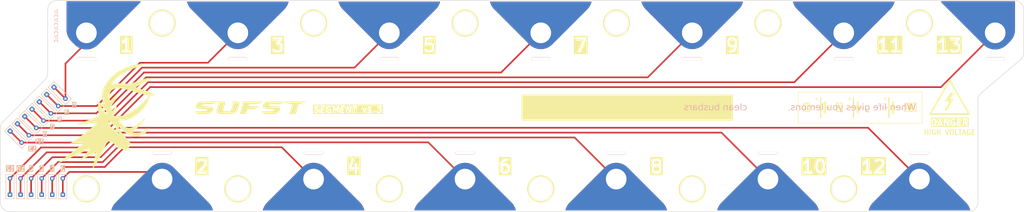
<source format=kicad_pcb>
(kicad_pcb (version 20221018) (generator pcbnew)
  (layers (0 "F.Cu" signal) (31 "B.Cu" signal) (34 "B.Paste" user) (35 "F.Paste" user) (36 "B.SilkS" user "B.Silkscreen") (37 "F.SilkS" user "F.Silkscreen") (38 "B.Mask" user) (39 "F.Mask" user) (44 "Edge.Cuts" user))
  (net 0 "")
  (net 1 "Net-(TP25-Pad1)")
  (net 2 "Net-(TP1-Pad1)")
  (net 3 "Net-(TP14-Pad1)")
  (net 4 "Net-(TP15-Pad1)")
  (net 5 "Net-(TP16-Pad1)")
  (net 6 "Net-(TP17-Pad1)")
  (net 7 "Net-(TP18-Pad1)")
  (net 8 "Net-(TP19-Pad1)")
  (net 9 "Net-(TP20-Pad1)")
  (net 10 "Net-(TP21-Pad1)")
  (net 11 "Net-(TP10-Pad1)")
  (net 12 "Net-(TP11-Pad1)")
  (net 13 "Net-(TP12-Pad1)")
  (footprint "SUFST:Segment_Voltage_Tap" (layer "F.Cu") (at 251.5 128.2 180)
    (fp_text reference "TP8" hide)
    (fp_text value "VTAP_IN_8" hide)
    (pad "" np_thru_hole roundrect (at 0 8 180) (size 6 1) (drill oval 6 1) (layers "*.Mask" "F.Cu") (roundrect_rratio 0.5))
    (pad "1" thru_hole custom (at 0 0 180) (size 10 10) (drill 6.35) (layers "*.Cu" "F.Mask") (net 9 "Net-(TP20-Pad1)") (options (clearance outline) (anchor circle)) (primitives (gr_poly (pts (arc (start 14.285534 -7.214466) (mid 15.1168 -8.314623) (end 15.615953 -9.6)) (arc (start -15.615953 -9.6) (mid -15.1168 -8.314623) (end -14.285534 -7.214466)) (arc (start -3.535534 3.535534) (mid 0 5) (end 3.535534 3.535534))) (width 0) (fill yes)) (gr_circle (center 0 0) (end 2.1 0) (width 0.2) (fill none))))
  )
  (footprint "SUFST:Segment_Voltage_Tap" (layer "F.Cu") (at 298.2 128.2 180)
    (fp_text reference "TP10" hide)
    (fp_text value "VTAP_IN_10" hide)
    (pad "" np_thru_hole roundrect (at 0 8 180) (size 6 1) (drill oval 6 1) (layers "*.Mask" "F.Cu") (roundrect_rratio 0.5))
    (pad "1" thru_hole custom (at 0 0 180) (size 10 10) (drill 6.35) (layers "*.Cu" "F.Mask") (net 11 "Net-(TP10-Pad1)") (options (clearance outline) (anchor circle)) (primitives (gr_poly (pts (arc (start 14.285534 -7.214466) (mid 15.1168 -8.314623) (end 15.615953 -9.6)) (arc (start -15.615953 -9.6) (mid -15.1168 -8.314623) (end -14.285534 -7.214466)) (arc (start -3.535534 3.535534) (mid 0 5) (end 3.535534 3.535534))) (width 0) (fill yes)) (gr_circle (center 0 0) (end 2.1 0) (width 0.2) (fill none))))
  )
  (footprint "SUFST:Segment_Voltage_Tap_Negative" (layer "F.Cu") (at 368.1 83.2)
    (fp_text reference "TP25" hide)
    (fp_text value "VTAP_IN_13" hide)
    (pad "" np_thru_hole roundrect (at 0 8) (size 6 1) (drill oval 6 1) (layers "*.Mask" "F.Cu") (roundrect_rratio 0.5))
    (pad "1" thru_hole custom (at 0 0) (size 10 10) (drill 6.35) (layers "*.Cu" "F.Mask") (net 1 "Net-(TP25-Pad1)") (options (clearance outline) (anchor circle)) (primitives (gr_poly (pts (arc (start -3.535534 3.535534) (mid 0 5) (end 3.535534 3.535534)) (arc (start 4.535534 2.535534) (mid 5.619398 0.913417) (end 6 -1)) (xy 6 -9.6) (arc (start -16.573082 -9.6) (mid -16.317556 -9.271027) (end -16.035534 -8.964466))) (width 0.2) (fill yes)) (gr_circle (center 0 0) (end 2.1 0) (width 0.2) (fill none))))
  )
  (footprint "SUFST:55A_24AWG_Solder" (layer "F.Cu") (at 73.55 108.45 -45)
    (fp_text reference "TP19" hide)
    (fp_text value "VTAP_OUT_7" hide)
    (pad "1" thru_hole roundrect (at -2.5 0 315) (size 1.4 1.4) (drill 0.7) (layers "*.Cu" "*.Mask") (net 8 "Net-(TP19-Pad1)"))
    (pad "1" thru_hole circle (at 2.5 0 315) (size 1.4 1.4) (drill 0.7) (layers "*.Cu" "*.Mask") (net 8 "Net-(TP19-Pad1)"))
  )
  (footprint "SUFST:55A_24AWG_Solder" (layer "F.Cu") (at 75.8 106.2 -45)
    (fp_text reference "TP17" hide)
    (fp_text value "VTAP_OUT_5" hide)
    (pad "1" thru_hole roundrect (at -2.5 0 315) (size 1.4 1.4) (drill 0.7) (layers "*.Cu" "*.Mask") (net 6 "Net-(TP17-Pad1)"))
    (pad "1" thru_hole circle (at 2.5 0 315) (size 1.4 1.4) (drill 0.7) (layers "*.Cu" "*.Mask") (net 6 "Net-(TP17-Pad1)"))
  )
  (footprint "SUFST:Segment_Voltage_Tap" (layer "F.Cu") (at 344.8 128.2 180)
    (fp_text reference "TP12" hide)
    (fp_text value "VTAP_IN_12" hide)
    (pad "" np_thru_hole roundrect (at 0 8 180) (size 6 1) (drill oval 6 1) (layers "*.Mask" "F.Cu") (roundrect_rratio 0.5))
    (pad "1" thru_hole custom (at 0 0 180) (size 10 10) (drill 6.35) (layers "*.Cu" "F.Mask") (net 13 "Net-(TP12-Pad1)") (options (clearance outline) (anchor circle)) (primitives (gr_poly (pts (arc (start 14.285534 -7.214466) (mid 15.1168 -8.314623) (end 15.615953 -9.6)) (arc (start -15.615953 -9.6) (mid -15.1168 -8.314623) (end -14.285534 -7.214466)) (arc (start -3.535534 3.535534) (mid 0 5) (end 3.535534 3.535534))) (width 0) (fill yes)) (gr_circle (center 0 0) (end 2.1 0) (width 0.2) (fill none))))
  )
  (footprint "SUFST:SUFST" (layer "F.Cu") (at 138.8 106.2)
    (fp_text reference "G***" hide)
    (fp_text value "LOGO" hide)
  )
  (footprint "SUFST:55A_24AWG_Solder" (layer "F.Cu") (at 66.8 115.2 -45)
    (fp_text reference "TP26" hide)
    (fp_text value "VTAP_OUT_13" hide)
    (pad "1" thru_hole roundrect (at -2.5 0 315) (size 1.4 1.4) (drill 0.7) (layers "*.Cu" "*.Mask") (net 1 "Net-(TP25-Pad1)"))
    (pad "1" thru_hole circle (at 2.5 0 315) (size 1.4 1.4) (drill 0.7) (layers "*.Cu" "*.Mask") (net 1 "Net-(TP25-Pad1)"))
  )
  (footprint "SUFST:Segment_Thermistor_Tyrap" (layer "F.Cu") (at 208.3 106.2)
    (fp_text reference "H2" hide)
    (fp_text value "MountingHole" hide)
    (pad "" np_thru_hole oval (at 0 0) (size 5.1 10.1) (drill oval 5.1 10.1) (layers "F&B.Cu" "*.Mask"))
  )
  (footprint "SUFST:Segment_Voltage_Tap" (layer "F.Cu") (at 111.8 128.2 180)
    (fp_text reference "TP2" hide)
    (fp_text value "VTAP_IN_2" hide)
    (pad "" np_thru_hole roundrect (at 0 8 180) (size 6 1) (drill oval 6 1) (layers "*.Mask" "F.Cu") (roundrect_rratio 0.5))
    (pad "1" thru_hole custom (at 0 0 180) (size 10 10) (drill 6.35) (layers "*.Cu" "F.Mask") (net 3 "Net-(TP14-Pad1)") (options (clearance outline) (anchor circle)) (primitives (gr_poly (pts (arc (start 14.285534 -7.214466) (mid 15.1168 -8.314623) (end 15.615953 -9.6)) (arc (start -15.615953 -9.6) (mid -15.1168 -8.314623) (end -14.285534 -7.214466)) (arc (start -3.535534 3.535534) (mid 0 5) (end 3.535534 3.535534))) (width 0) (fill yes)) (gr_circle (center 0 0) (end 2.1 0) (width 0.2) (fill none))))
  )
  (footprint "SUFST:55A_24AWG_Solder" (layer "F.Cu") (at 74.75 130.5 90)
    (fp_text reference "TP18" hide)
    (fp_text value "VTAP_OUT_6" hide)
    (pad "1" thru_hole roundrect (at -2.5 0 90) (size 1.4 1.4) (drill 0.7) (layers "*.Cu" "*.Mask") (net 7 "Net-(TP18-Pad1)"))
    (pad "1" thru_hole circle (at 2.5 0 90) (size 1.4 1.4) (drill 0.7) (layers "*.Cu" "*.Mask") (net 7 "Net-(TP18-Pad1)"))
  )
  (footprint "SUFST:Segment_Voltage_Tap" (layer "F.Cu") (at 181.7 83.2)
    (fp_text reference "TP5" hide)
    (fp_text value "VTAP_IN_5" hide)
    (pad "" np_thru_hole roundrect (at 0 8) (size 6 1) (drill oval 6 1) (layers "*.Mask" "F.Cu") (roundrect_rratio 0.5))
    (pad "1" thru_hole custom (at 0 0) (size 10 10) (drill 6.35) (layers "*.Cu" "F.Mask") (net 6 "Net-(TP17-Pad1)") (options (clearance outline) (anchor circle)) (primitives (gr_poly (pts (arc (start 14.285534 -7.214466) (mid 15.1168 -8.314623) (end 15.615953 -9.6)) (arc (start -15.615953 -9.6) (mid -15.1168 -8.314623) (end -14.285534 -7.214466)) (arc (start -3.535534 3.535534) (mid 0 5) (end 3.535534 3.535534))) (width 0) (fill yes)) (gr_circle (center 0 0) (end 2.1 0) (width 0.2) (fill none))))
  )
  (footprint "SUFST:High_Voltage_Danger_Silk" (layer "F.Cu") (at 354.1 104.4)
    (fp_text reference "REF**" hide)
    (fp_text value "High_Voltage_Danger_Silk" hide)
    (fp_text user "DANGER" (at 0 6.4 unlocked) (layer "F.SilkS" knockout) (effects (font (size 2 2) (thickness 0.4) bold)))
    (fp_text user "HIGH VOLTAGE" (at 0 9.4 unlocked) (layer "F.SilkS") (effects (font (size 1.5 1.5) (thickness 0.3) bold)))
  )
  (footprint "SUFST:Segment_Thermistor_Tyrap" (layer "F.Cu") (at 301.5 106.2)
    (fp_text reference "H3" hide)
    (fp_text value "MountingHole" hide)
    (pad "" np_thru_hole oval (at 0 0) (size 5.1 10.1) (drill oval 5.1 10.1) (layers "F&B.Cu" "*.Mask"))
  )
  (footprint "SUFST:55A_24AWG_Solder" (layer "F.Cu") (at 80.3 101.7 -45)
    (fp_text reference "TP13" hide)
    (fp_text value "VTAP_OUT_1" hide)
    (pad "1" thru_hole roundrect (at -2.5 0 315) (size 1.4 1.4) (drill 0.7) (layers "*.Cu" "*.Mask") (net 2 "Net-(TP1-Pad1)"))
    (pad "1" thru_hole circle (at 2.5 0 315) (size 1.4 1.4) (drill 0.7) (layers "*.Cu" "*.Mask") (net 2 "Net-(TP1-Pad1)"))
  )
  (footprint "SUFST:Segment_Voltage_Tap" (layer "F.Cu") (at 205 128.2 180)
    (fp_text reference "TP6" hide)
    (fp_text value "VTAP_IN_6" hide)
    (pad "" np_thru_hole roundrect (at 0 8 180) (size 6 1) (drill oval 6 1) (layers "*.Mask" "F.Cu") (roundrect_rratio 0.5))
    (pad "1" thru_hole custom (at 0 0 180) (size 10 10) (drill 6.35) (layers "*.Cu" "F.Mask") (net 7 "Net-(TP18-Pad1)") (options (clearance outline) (anchor circle)) (primitives (gr_poly (pts (arc (start 14.285534 -7.214466) (mid 15.1168 -8.314623) (end 15.615953 -9.6)) (arc (start -15.615953 -9.6) (mid -15.1168 -8.314623) (end -14.285534 -7.214466)) (arc (start -3.535534 3.535534) (mid 0 5) (end 3.535534 3.535534))) (width 0) (fill yes)) (gr_circle (center 0 0) (end 2.1 0) (width 0.2) (fill none))))
  )
  (footprint "SUFST:Segment_Voltage_Tap" (layer "F.Cu") (at 135.1 83.2)
    (fp_text reference "TP3" hide)
    (fp_text value "VTAP_IN_3" hide)
    (pad "" np_thru_hole roundrect (at 0 8) (size 6 1) (drill oval 6 1) (layers "*.Mask" "F.Cu") (roundrect_rratio 0.5))
    (pad "1" thru_hole custom (at 0 0) (size 10 10) (drill 6.35) (layers "*.Cu" "F.Mask") (net 4 "Net-(TP15-Pad1)") (options (clearance outline) (anchor circle)) (primitives (gr_poly (pts (arc (start 14.285534 -7.214466) (mid 15.1168 -8.314623) (end 15.615953 -9.6)) (arc (start -15.615953 -9.6) (mid -15.1168 -8.314623) (end -14.285534 -7.214466)) (arc (start -3.535534 3.535534) (mid 0 5) (end 3.535534 3.535534))) (width 0) (fill yes)) (gr_circle (center 0 0) (end 2.1 0) (width 0.2) (fill none))))
  )
  (footprint "SUFST:Segment_Voltage_Tap" (layer "F.Cu") (at 158.4 128.2 180)
    (fp_text reference "TP4" hide)
    (fp_text value "VTAP_IN_4" hide)
    (pad "" np_thru_hole roundrect (at 0 8 180) (size 6 1) (drill oval 6 1) (layers "*.Mask" "F.Cu") (roundrect_rratio 0.5))
    (pad "1" thru_hole custom (at 0 0 180) (size 10 10) (drill 6.35) (layers "*.Cu" "F.Mask") (net 5 "Net-(TP16-Pad1)") (options (clearance outline) (anchor circle)) (primitives (gr_poly (pts (arc (start 14.285534 -7.214466) (mid 15.1168 -8.314623) (end 15.615953 -9.6)) (arc (start -15.615953 -9.6) (mid -15.1168 -8.314623) (end -14.285534 -7.214466)) (arc (start -3.535534 3.535534) (mid 0 5) (end 3.535534 3.535534))) (width 0) (fill yes)) (gr_circle (center 0 0) (end 2.1 0) (width 0.2) (fill none))))
  )
  (footprint "SUFST:Segment_Voltage_Tap_Positive" (layer "F.Cu") (at 88.5 83.2)
    (fp_text reference "TP1" hide)
    (fp_text value "VTAP_IN_1" hide)
    (pad "" np_thru_hole roundrect (at 0 8) (size 6 1) (drill oval 6 1) (layers "*.Mask" "F.Cu") (roundrect_rratio 0.5))
    (pad "1" thru_hole custom (at 0 0) (size 10 10) (drill 6.35) (layers "*.Cu" "F.Mask") (net 2 "Net-(TP1-Pad1)") (options (clearance outline) (anchor circle)) (primitives (gr_circle (center 0 0) (end 2.1 0) (width 0.2) (fill none)) (gr_poly (pts (arc (start -4.535534 2.535534) (mid -5.619398 0.913417) (end -6 -1)) (xy -6 -9.6) (arc (start 16.573082 -9.6) (mid 16.317556 -9.271028) (end 16.035534 -8.964466)) (arc (start 3.535534 3.535534) (mid 0 5) (end -3.535534 3.535534))) (width 0.2) (fill yes))))
  )
  (footprint "SUFST:Segment_Voltage_Tap" (layer "F.Cu") (at 321.5 83.2)
    (fp_text reference "TP11" hide)
    (fp_text value "VTAP_IN_11" hide)
    (pad "" np_thru_hole roundrect (at 0 8) (size 6 1) (drill oval 6 1) (layers "*.Mask" "F.Cu") (roundrect_rratio 0.5))
    (pad "1" thru_hole custom (at 0 0) (size 10 10) (drill 6.35) (layers "*.Cu" "F.Mask") (net 12 "Net-(TP11-Pad1)") (options (clearance outline) (anchor circle)) (primitives (gr_poly (pts (arc (start 14.285534 -7.214466) (mid 15.1168 -8.314623) (end 15.615953 -9.6)) (arc (start -15.615953 -9.6) (mid -15.1168 -8.314623) (end -14.285534 -7.214466)) (arc (start -3.535534 3.535534) (mid 0 5) (end 3.535534 3.535534))) (width 0) (fill yes)) (gr_circle (center 0 0) (end 2.1 0) (width 0.2) (fill none))))
  )
  (footprint "SUFST:55A_24AWG_Solder" (layer "F.Cu") (at 81.25 130.5 90)
    (fp_text reference "TP14" hide)
    (fp_text value "VTAP_OUT_2" hide)
    (pad "1" thru_hole roundrect (at -2.5 0 90) (size 1.4 1.4) (drill 0.7) (layers "*.Cu" "*.Mask") (net 3 "Net-(TP14-Pad1)"))
    (pad "1" thru_hole circle (at 2.5 0 90) (size 1.4 1.4) (drill 0.7) (layers "*.Cu" "*.Mask") (net 3 "Net-(TP14-Pad1)"))
  )
  (footprint "SUFST:55A_24AWG_Solder" (layer "F.Cu") (at 78 130.5 90)
    (fp_text reference "TP16" hide)
    (fp_text value "VTAP_OUT_4" hide)
    (pad "1" thru_hole roundrect (at -2.5 0 90) (size 1.4 1.4) (drill 0.7) (layers "*.Cu" "*.Mask") (net 5 "Net-(TP16-Pad1)"))
    (pad "1" thru_hole circle (at 2.5 0 90) (size 1.4 1.4) (drill 0.7) (layers "*.Cu" "*.Mask") (net 5 "Net-(TP16-Pad1)"))
  )
  (footprint "SUFST:Stag" (layer "F.Cu") (at 94.4 108.9)
    (fp_text reference "G***" hide)
    (fp_text value "LOGO" hide)
  )
  (footprint "SUFST:55A_24AWG_Solder" (layer "F.Cu") (at 65 130.5 90)
    (fp_text reference "TP24" hide)
    (fp_text value "VTAP_OUT_12" hide)
    (pad "1" thru_hole roundrect (at -2.5 0 90) (size 1.4 1.4) (drill 0.7) (layers "*.Cu" "*.Mask") (net 13 "Net-(TP12-Pad1)"))
    (pad "1" thru_hole circle (at 2.5 0 90) (size 1.4 1.4) (drill 0.7) (layers "*.Cu" "*.Mask") (net 13 "Net-(TP12-Pad1)"))
  )
  (footprint "SUFST:55A_24AWG_Solder" (layer "F.Cu") (at 78.05 103.95 -45)
    (fp_text reference "TP15" hide)
    (fp_text value "VTAP_OUT_3" hide)
    (pad "1" thru_hole roundrect (at -2.5 0 315) (size 1.4 1.4) (drill 0.7) (layers "*.Cu" "*.Mask") (net 4 "Net-(TP15-Pad1)"))
    (pad "1" thru_hole circle (at 2.5 0 315) (size 1.4 1.4) (drill 0.7) (layers "*.Cu" "*.Mask") (net 4 "Net-(TP15-Pad1)"))
  )
  (footprint "SUFST:55A_24AWG_Solder" (layer "F.Cu") (at 69.05 112.95 -45)
    (fp_text reference "TP23" hide)
    (fp_text value "VTAP_OUT_11" hide)
    (pad "1" thru_hole roundrect (at -2.5 0 315) (size 1.4 1.4) (drill 0.7) (layers "*.Cu" "*.Mask") (net 12 "Net-(TP11-Pad1)"))
    (pad "1" thru_hole circle (at 2.5 0 315) (size 1.4 1.4) (drill 0.7) (layers "*.Cu" "*.Mask") (net 12 "Net-(TP11-Pad1)"))
  )
  (footprint "SUFST:Segment_Voltage_Tap" (layer "F.Cu") (at 274.9 83.2)
    (fp_text reference "TP9" hide)
    (fp_text value "VTAP_IN_9" hide)
    (pad "" np_thru_hole roundrect (at 0 8) (size 6 1) (drill oval 6 1) (layers "*.Mask" "F.Cu") (roundrect_rratio 0.5))
    (pad "1" thru_hole custom (at 0 0) (size 10 10) (drill 6.35) (layers "*.Cu" "F.Mask") (net 10 "Net-(TP21-Pad1)") (options (clearance outline) (anchor circle)) (primitives (gr_poly (pts (arc (start 14.285534 -7.214466) (mid 15.1168 -8.314623) (end 15.615953 -9.6)) (arc (start -15.615953 -9.6) (mid -15.1168 -8.314623) (end -14.285534 -7.214466)) (arc (start -3.535534 3.535534) (mid 0 5) (end 3.535534 3.535534))) (width 0) (fill yes)) (gr_circle (center 0 0) (end 2.1 0) (width 0.2) (fill none))))
  )
  (footprint "SUFST:55A_24AWG_Solder" (layer "F.Cu") (at 68.25 130.5 90)
    (fp_text reference "TP22" hide)
    (fp_text value "VTAP_OUT_10" hide)
    (pad "1" thru_hole roundrect (at -2.5 0 90) (size 1.4 1.4) (drill 0.7) (layers "*.Cu" "*.Mask") (net 11 "Net-(TP10-Pad1)"))
    (pad "1" thru_hole circle (at 2.5 0 90) (size 1.4 1.4) (drill 0.7) (layers "*.Cu" "*.Mask") (net 11 "Net-(TP10-Pad1)"))
  )
  (footprint "SUFST:55A_24AWG_Solder" (layer "F.Cu") (at 71.3 110.7 -45)
    (fp_text reference "TP21" hide)
    (fp_text value "VTAP_OUT_9" hide)
    (pad "1" thru_hole roundrect (at -2.5 0 315) (size 1.4 1.4) (drill 0.7) (layers "*.Cu" "*.Mask") (net 10 "Net-(TP21-Pad1)"))
    (pad "1" thru_hole circle (at 2.5 0 315) (size 1.4 1.4) (drill 0.7) (layers "*.Cu" "*.Mask") (net 10 "Net-(TP21-Pad1)"))
  )
  (footprint "SUFST:Segment_Thermistor_Tyrap" (layer "F.Cu") (at 115.1 106.2)
    (fp_text reference "H1" hide)
    (fp_text value "MountingHole" hide)
    (pad "" np_thru_hole oval (at 0 0) (size 5.1 10.1) (drill oval 5.1 10.1) (layers "F&B.Cu" "*.Mask"))
  )
  (footprint "SUFST:Segment_Voltage_Tap" (layer "F.Cu") (at 228.3 83.2)
    (fp_text reference "TP7" hide)
    (fp_text value "VTAP_IN_7" hide)
    (pad "" np_thru_hole roundrect (at 0 8) (size 6 1) (drill oval 6 1) (layers "*.Mask" "F.Cu") (roundrect_rratio 0.5))
    (pad "1" thru_hole custom (at 0 0) (size 10 10) (drill 6.35) (layers "*.Cu" "F.Mask") (net 8 "Net-(TP19-Pad1)") (options (clearance outline) (anchor circle)) (primitives (gr_poly (pts (arc (start 14.285534 -7.214466) (mid 15.1168 -8.314623) (end 15.615953 -9.6)) (arc (start -15.615953 -9.6) (mid -15.1168 -8.314623) (end -14.285534 -7.214466)) (arc (start -3.535534 3.535534) (mid 0 5) (end 3.535534 3.535534))) (width 0) (fill yes)) (gr_circle (center 0 0) (end 2.1 0) (width 0.2) (fill none))))
  )
  (footprint "SUFST:55A_24AWG_Solder" (layer "F.Cu") (at 71.5 130.5 90)
    (fp_text reference "TP20" hide)
    (fp_text value "VTAP_OUT_8" hide)
    (pad "1" thru_hole roundrect (at -2.5 0 90) (size 1.4 1.4) (drill 0.7) (layers "*.Cu" "*.Mask") (net 9 "Net-(TP20-Pad1)"))
    (pad "1" thru_hole circle (at 2.5 0 90) (size 1.4 1.4) (drill 0.7) (layers "*.Cu" "*.Mask") (net 9 "Net-(TP20-Pad1)"))
  )
  (gr_line (start 312.7 106.2) (end 314.4 106.2) (stroke (width 0.4)) (layer "F.SilkS"))
  (gr_circle (center 298.2 80.2) (end 302.2 80.2) (stroke (width 0.4)) (fill none) (layer "F.SilkS"))
  (gr_line (start 333.7 106.2) (end 335.4 106.2) (stroke (width 0.4)) (layer "F.SilkS"))
  (gr_rect (start 222.4 102.2) (end 287.4 110.2) (fill solid) (layer "F.SilkS"))
  (gr_line (start 336.7 104.7) (end 336.7 107.7) (stroke (width 0.75)) (layer "F.SilkS"))
  (gr_line (start 322.8 106.2) (end 324.5 106.2) (stroke (width 0.4)) (layer "F.SilkS"))
  (gr_line (start 322.9 103.5) (end 323.7 103.5) (stroke (width 0.2)) (layer "F.SilkS"))
  (gr_line (start 315.7 106.2) (end 317.4 106.2) (stroke (width 0.4)) (layer "F.SilkS"))
  (gr_circle (center 181.7 131.2) (end 185.7 131.2) (stroke (width 0.4)) (fill none) (layer "F.SilkS"))
  (gr_line (start 329 106.2) (end 332.2 106.2) (stroke (width 0.4) (type dot)) (layer "F.SilkS"))
  (gr_line (start 312.8 103.5) (end 313.6 103.5) (stroke (width 0.2)) (layer "F.SilkS"))
  (gr_circle (center 251.6 80.2) (end 255.6 80.2) (stroke (width 0.4)) (fill none) (layer "F.SilkS"))
  (gr_circle (center 228.3 131.2) (end 232.3 131.2) (stroke (width 0.4)) (fill none) (layer "F.SilkS"))
  (gr_circle (center 205 80.2) (end 209 80.2) (stroke (width 0.4)) (fill none) (layer "F.SilkS"))
  (gr_circle (center 274.9 131.2) (end 278.9 131.2) (stroke (width 0.4)) (fill none) (layer "F.SilkS"))
  (gr_circle (center 135.1 131.2) (end 139.1 131.2) (stroke (width 0.4)) (fill none) (layer "F.SilkS"))
  (gr_line (start 335.4 103.2) (end 335.4 109.2) (stroke (width 0.4)) (layer "F.SilkS"))
  (gr_line (start 313.2 103.1) (end 313.2 103.9) (stroke (width 0.2)) (layer "F.SilkS"))
  (gr_circle (center 321.5 131.2) (end 325.5 131.2) (stroke (width 0.4)) (fill none) (layer "F.SilkS"))
  (gr_circle (center 88.5 131.2) (end 92.5 131.2) (stroke (width 0.4)) (fill none) (layer "F.SilkS"))
  (gr_rect (start 307.5 101.4) (end 345.6 111) (stroke (width 0.15)) (fill none) (layer "F.SilkS"))
  (gr_line (start 333.8 103.5) (end 334.6 103.5) (stroke (width 0.2)) (layer "F.SilkS"))
  (gr_line (start 323.3 103.1) (end 323.3 103.9) (stroke (width 0.2)) (layer "F.SilkS"))
  (gr_circle (center 344.8 80.2) (end 348.8 80.2) (stroke (width 0.4)) (fill none) (layer "F.SilkS"))
  (gr_line (start 336.7 106.2) (end 338.4 106.2) (stroke (width 0.4)) (layer "F.SilkS"))
  (gr_line (start 325.8 104.7) (end 325.8 107.7) (stroke (width 0.75)) (layer "F.SilkS"))
  (gr_line (start 315.7 104.7) (end 315.7 107.7) (stroke (width 0.75)) (layer "F.SilkS"))
  (gr_line (start 325.8 106.2) (end 327.5 106.2) (stroke (width 0.4)) (layer "F.SilkS"))
  (gr_circle (center 111.8 80.2) (end 115.8 80.2) (stroke (width 0.4)) (fill none) (layer "F.SilkS"))
  (gr_line (start 334.2 103.1) (end 334.2 103.9) (stroke (width 0.2)) (layer "F.SilkS"))
  (gr_circle (center 158.4 80.2) (end 162.4 80.2) (stroke (width 0.4)) (fill none) (layer "F.SilkS"))
  (gr_line (start 314.4 103.2) (end 314.4 109.2) (stroke (width 0.4)) (layer "F.SilkS"))
  (gr_line (start 324.5 103.2) (end 324.5 109.2) (stroke (width 0.4)) (layer "F.SilkS"))
  (gr_circle (center 321.5 131.2) (end 325 131.2) (stroke (width 0.05)) (fill none) (layer "Edge.Cuts"))
  (gr_circle (center 135.1 131.2) (end 138.6 131.2) (stroke (width 0.05)) (fill none) (layer "Edge.Cuts"))
  (gr_line (start 79.6 73.2) (end 373.9 73.2) (stroke (width 0.15)) (layer "Edge.Cuts"))
  (gr_arc (start 376.9 89.210051) (mid 376.622051 90.471227) (end 375.839645 91.49867) (stroke (width 0.15)) (layer "Edge.Cuts"))
  (gr_circle (center 181.7 131.2) (end 185.2 131.2) (stroke (width 0.05)) (fill none) (layer "Edge.Cuts"))
  (gr_arc (start 76.6 95.557359) (mid 76.371639 96.705409) (end 75.721321 97.678679) (stroke (width 0.15)) (layer "Edge.Cuts"))
  (gr_arc (start 373.9 73.2) (mid 376.02132 74.07868) (end 376.9 76.2) (stroke (width 0.15)) (layer "Edge.Cuts"))
  (gr_line (start 359.8 138.2) (end 65 138.2) (stroke (width 0.15)) (layer "Edge.Cuts"))
  (gr_arc (start 76.6 76.2) (mid 77.47868 74.07868) (end 79.6 73.2) (stroke (width 0.15)) (layer "Edge.Cuts"))
  (gr_circle (center 111.8 80.2) (end 115.3 80.2) (stroke (width 0.05)) (fill none) (layer "Edge.Cuts"))
  (gr_circle (center 205 80.2) (end 208.5 80.2) (stroke (width 0.05)) (fill none) (layer "Edge.Cuts"))
  (gr_circle (center 274.9 131.2) (end 278.4 131.2) (stroke (width 0.05)) (fill none) (layer "Edge.Cuts"))
  (gr_circle (center 228.3 131.2) (end 231.8 131.2) (stroke (width 0.05)) (fill none) (layer "Edge.Cuts"))
  (gr_line (start 62.87868 110.52132) (end 75.721321 97.678679) (stroke (width 0.15)) (layer "Edge.Cuts"))
  (gr_line (start 62 135.2) (end 62 112.642641) (stroke (width 0.15)) (layer "Edge.Cuts"))
  (gr_circle (center 251.6 80.2) (end 255.1 80.2) (stroke (width 0.05)) (fill none) (layer "Edge.Cuts"))
  (gr_circle (center 298.2 80.2) (end 301.7 80.2) (stroke (width 0.05)) (fill none) (layer "Edge.Cuts"))
  (gr_line (start 362.8 103.939949) (end 362.8 135.2) (stroke (width 0.15)) (layer "Edge.Cuts"))
  (gr_arc (start 65 138.2) (mid 62.87868 137.32132) (end 62 135.2) (stroke (width 0.15)) (layer "Edge.Cuts"))
  (gr_circle (center 88.5 131.2) (end 92 131.2) (stroke (width 0.05)) (fill none) (layer "Edge.Cuts"))
  (gr_arc (start 62 112.642641) (mid 62.228362 111.49459) (end 62.87868 110.52132) (stroke (width 0.15)) (layer "Edge.Cuts"))
  (gr_line (start 376.9 76.2) (end 376.9 89.210051) (stroke (width 0.15)) (layer "Edge.Cuts"))
  (gr_arc (start 362.8 103.939949) (mid 363.077949 102.678773) (end 363.860355 101.65133) (stroke (width 0.15)) (layer "Edge.Cuts"))
  (gr_circle (center 158.4 80.2) (end 161.9 80.2) (stroke (width 0.05)) (fill none) (layer "Edge.Cuts"))
  (gr_arc (start 362.8 135.2) (mid 361.92132 137.32132) (end 359.8 138.2) (stroke (width 0.15)) (layer "Edge.Cuts"))
  (gr_circle (center 344.8 80.2) (end 348.3 80.2) (stroke (width 0.05)) (fill none) (layer "Edge.Cuts"))
  (gr_line (start 375.839645 91.49867) (end 363.860355 101.65133) (stroke (width 0.15)) (layer "Edge.Cuts"))
  (gr_line (start 76.6 95.557359) (end 76.6 76.2) (stroke (width 0.15)) (layer "Edge.Cuts"))
  (gr_text "1" (at 84 105.4) (layer "B.SilkS" knockout) (effects (font (size 1.25 1.25) (thickness 0.25) bold) (justify left)))
  (gr_text "JLCJLCJLCJLC" (at 79.8 75.8 90) (layer "B.SilkS") (effects (font (size 1 1)) (justify left bottom mirror)))
  (gr_text "5" (at 81.000002 109.9) (layer "B.SilkS" knockout) (effects (font (size 1.25 1.25) (thickness 0.25) bold) (justify left mirror)))
  (gr_text "3" (at 83.200002 107.65) (layer "B.SilkS" knockout) (effects (font (size 1.25 1.25) (thickness 0.25) bold) (justify left mirror)))
  (gr_text "10" (at 68.249998 125) (layer "B.SilkS" knockout) (effects (font (size 1.5 1.25) (thickness 0.25) bold) (justify mirror)))
  (gr_text "6" (at 74.749998 125) (layer "B.SilkS" knockout) (effects (font (size 1.5 1.25) (thickness 0.25) bold) (justify mirror)))
  (gr_text "When life gives you lemons...            clean busbars" (at 343.7 106.2) (layer "B.SilkS") (effects (font (size 2 2) (thickness 0.3)) (justify left mirror)))
  (gr_text "8" (at 71.499998 125) (layer "B.SilkS" knockout) (effects (font (size 1.5 1.25) (thickness 0.25) bold) (justify mirror)))
  (gr_text "2" (at 81.249998 125) (layer "B.SilkS" knockout) (effects (font (size 1.5 1.25) (thickness 0.25) bold) (justify mirror)))
  (gr_text "7" (at 78.750002 112.15) (layer "B.SilkS" knockout) (effects (font (size 1.25 1.25) (thickness 0.25) bold) (justify left mirror)))
  (gr_text "13" (at 73.200002 118.9) (layer "B.SilkS" knockout) (effects (font (size 1.25 1.25) (thickness 0.25) bold) (justify left mirror)))
  (gr_text "9" (at 76.500002 114.4) (layer "B.SilkS" knockout) (effects (font (size 1.25 1.25) (thickness 0.25) bold) (justify left mirror)))
  (gr_text "4" (at 77.999998 125) (layer "B.SilkS" knockout) (effects (font (size 1.5 1.25) (thickness 0.25) bold) (justify mirror)))
  (gr_text "11" (at 75.450002 116.65) (layer "B.SilkS" knockout) (effects (font (size 1.25 1.25) (thickness 0.25) bold) (justify left mirror)))
  (gr_text "12" (at 64.999998 125) (layer "B.SilkS" knockout) (effects (font (size 1.5 1.25) (thickness 0.25) bold) (justify mirror)))
  (gr_text "1" (at 310.1 106.2) (layer "F.SilkS" knockout) (effects (font (size 2 2) (thickness 0.4) bold)))
  (gr_text "5" (at 194 87.1) (layer "F.SilkS" knockout) (effects (font (size 4 4) (thickness 0.7) bold)))
  (gr_text "12" (at 326.4 124.4) (layer "F.SilkS" knockout) (effects (font (size 4 4) (thickness 0.7) bold) (justify left)))
  (gr_text "9" (at 287.2 87.1) (layer "F.SilkS" knockout) (effects (font (size 4 4) (thickness 0.7) bold)))
  (gr_text "1" (at 100.8 87.1) (layer "F.SilkS" knockout) (effects (font (size 4 4) (thickness 0.7) bold)))
  (gr_text "9" (at 75 114.4) (layer "F.SilkS" knockout) (effects (font (size 1.25 1.25) (thickness 0.25) bold) (justify left)))
  (gr_text "13" (at 342 106.2) (layer "F.SilkS" knockout) (effects (font (size 2 2) (thickness 0.4) bold)))
  (gr_text "10" (at 308.1 124.4) (layer "F.SilkS" knockout) (effects (font (size 4 4) (thickness 0.7) bold) (justify left)))
  (gr_text "2" (at 124.1 124.4) (layer "F.SilkS" knockout) (effects (font (size 4 4) (thickness 0.7) bold)))
  (gr_text "10" (at 68.25 125) (layer "F.SilkS" knockout) (effects (font (size 1.5 1.25) (thickness 0.25) bold)))
  (gr_text "13" (at 349.7 87.1) (layer "F.SilkS" knockout) (effects (font (size 4 4) (thickness 0.7) bold) (justify left)))
  (gr_text "4" (at 78 125) (layer "F.SilkS" knockout) (effects (font (size 1.5 1.25) (thickness 0.25) bold)))
  (gr_text "11" (at 331.4 87.1) (layer "F.SilkS" knockout) (effects (font (size 4 4) (thickness 0.7) bold) (justify left)))
  (gr_text "3" (at 147.4 87.1) (layer "F.SilkS" knockout) (effects (font (size 4 4) (thickness 0.7) bold)))
  (gr_text "5" (at 79.5 109.9) (layer "F.SilkS" knockout) (effects (font (size 1.25 1.25) (thickness 0.25) bold) (justify left)))
  (gr_text "7" (at 240.6 87.1) (layer "F.SilkS" knockout) (effects (font (size 4 4) (thickness 0.7) bold)))
  (gr_text "2" (at 320.2 106.2) (layer "F.SilkS" knockout) (effects (font (size 2 2) (thickness 0.4) bold)))
  (gr_text "7" (at 77.25 112.15) (layer "F.SilkS" knockout) (effects (font (size 1.25 1.25) (thickness 0.25) bold) (justify left)))
  (gr_text "13" (at 70.5 118.9) (layer "F.SilkS" knockout) (effects (font (size 1.25 1.25) (thickness 0.25) bold) (justify left)))
  (gr_text "3" (at 81.75 107.65) (layer "F.SilkS" knockout) (effects (font (size 1.25 1.25) (thickness 0.25) bold) (justify left)))
  (gr_text "6" (at 74.75 125) (layer "F.SilkS" knockout) (effects (font (size 1.5 1.25) (thickness 0.25) bold)))
  (gr_text "4" (at 170.7 124.4) (layer "F.SilkS" knockout) (effects (font (size 4 4) (thickness 0.7) bold)))
  (gr_text "6" (at 217.3 124.4) (layer "F.SilkS" knockout) (effects (font (size 4 4) (thickness 0.7) bold)))
  (gr_text "8" (at 71.5 125) (layer "F.SilkS" knockout) (effects (font (size 1.5 1.25) (thickness 0.25) bold)))
  (gr_text "11" (at 72.75 116.65) (layer "F.SilkS" knockout) (effects (font (size 1.25 1.25) (thickness 0.25) bold) (justify left)))
  (gr_text "8" (at 263.9 124.4) (layer "F.SilkS" knockout) (effects (font (size 4 4) (thickness 0.7) bold)))
  (gr_text "1" (at 84 105.4) (layer "F.SilkS" knockout) (effects (font (size 1.25 1.25) (thickness 0.25) bold) (justify left)))
  (gr_text "12" (at 65 125) (layer "F.SilkS" knockout) (effects (font (size 1.5 1.25) (thickness 0.25) bold)))
  (gr_text "2" (at 81.25 125) (layer "F.SilkS" knockout) (effects (font (size 1.5 1.25) (thickness 0.25) bold)))
  (gr_text "SEGMENT v1.3" (at 158 106.8) (layer "F.SilkS" knockout) (effects (font (size 2 2) (thickness 0.4) bold italic) (justify left)))
  (segment (start 91.038833 116.967767) (end 108.1066 99.9) (width 0.5) (layer "F.Cu") (net 1))
  (segment (start 65.032233 113.432233) (end 68.567767 116.967767) (width 0.5) (layer "F.Cu") (net 1))
  (segment (start 108.1066 99.9) (end 351.4 99.9) (width 0.5) (layer "F.Cu") (net 1))
  (segment (start 351.4 99.9) (end 368.1 83.2) (width 0.5) (layer "F.Cu") (net 1))
  (segment (start 68.567767 116.967767) (end 91.038833 116.967767) (width 0.5) (layer "F.Cu") (net 1))
  (segment (start 82.067767 103.467767) (end 78.532233 99.932233) (width 0.5) (layer "F.Cu") (net 2))
  (segment (start 82.067767 92.657359) (end 82.067767 103.467767) (width 0.5) (layer "F.Cu") (net 2))
  (segment (start 88.5 86.225126) (end 82.067767 92.657359) (width 0.5) (layer "F.Cu") (net 2))
  (segment (start 88.5 83.2) (end 88.5 86.225126) (width 0.5) (layer "F.Cu") (net 2))
  (segment (start 109.6 126) (end 83.25 126) (width 0.5) (layer "F.Cu") (net 3))
  (segment (start 83.25 126) (end 81.25 128) (width 0.5) (layer "F.Cu") (net 3))
  (segment (start 81.25 133) (end 81.25 128) (width 0.5) (layer "F.Cu") (net 3))
  (segment (start 111.8 128.2) (end 109.6 126) (width 0.5) (layer "F.Cu") (net 3))
  (segment (start 135.1 83.2) (end 125.9 92.4) (width 0.5) (layer "F.Cu") (net 4))
  (segment (start 79.817767 105.717767) (end 76.282233 102.182233) (width 0.5) (layer "F.Cu") (net 4))
  (segment (start 91.682233 105.717767) (end 79.817767 105.717767) (width 0.5) (layer "F.Cu") (net 4))
  (segment (start 105 92.4) (end 91.682233 105.717767) (width 0.5) (layer "F.Cu") (net 4))
  (segment (start 125.9 92.4) (end 105 92.4) (width 0.5) (layer "F.Cu") (net 4))
  (segment (start 148.6 118.4) (end 158.4 128.2) (width 0.5) (layer "F.Cu") (net 5))
  (segment (start 78 128) (end 81.532233 124.467767) (width 0.5) (layer "F.Cu") (net 5))
  (segment (start 100.2132 118.4) (end 148.6 118.4) (width 0.5) (layer "F.Cu") (net 5))
  (segment (start 78 133) (end 78 128) (width 0.5) (layer "F.Cu") (net 5))
  (segment (start 94.145433 124.467767) (end 100.2132 118.4) (width 0.5) (layer "F.Cu") (net 5))
  (segment (start 81.532233 124.467767) (end 94.145433 124.467767) (width 0.5) (layer "F.Cu") (net 5))
  (segment (start 74.032233 104.432233) (end 77.567767 107.967767) (width 0.5) (layer "F.Cu") (net 6))
  (segment (start 77.567767 107.967767) (end 91.553553 107.967767) (width 0.5) (layer "F.Cu") (net 6))
  (segment (start 91.553553 107.967767) (end 105.62132 93.9) (width 0.5) (layer "F.Cu") (net 6))
  (segment (start 171 93.9) (end 181.7 83.2) (width 0.5) (layer "F.Cu") (net 6))
  (segment (start 105.62132 93.9) (end 171 93.9) (width 0.5) (layer "F.Cu") (net 6))
  (segment (start 79.782233 122.967767) (end 74.75 128) (width 0.5) (layer "F.Cu") (net 7))
  (segment (start 93.524113 122.967767) (end 79.782233 122.967767) (width 0.5) (layer "F.Cu") (net 7))
  (segment (start 99.59188 116.9) (end 93.524113 122.967767) (width 0.5) (layer "F.Cu") (net 7))
  (segment (start 74.75 128) (end 74.75 133) (width 0.5) (layer "F.Cu") (net 7))
  (segment (start 205 128.2) (end 193.7 116.9) (width 0.5) (layer "F.Cu") (net 7))
  (segment (start 193.7 116.9) (end 99.59188 116.9) (width 0.5) (layer "F.Cu") (net 7))
  (segment (start 216.1 95.4) (end 106.24264 95.4) (width 0.5) (layer "F.Cu") (net 8))
  (segment (start 228.3 83.2) (end 216.1 95.4) (width 0.5) (layer "F.Cu") (net 8))
  (segment (start 75.317767 110.217767) (end 71.782233 106.682233) (width 0.5) (layer "F.Cu") (net 8))
  (segment (start 106.24264 95.4) (end 91.424873 110.217767) (width 0.5) (layer "F.Cu") (net 8))
  (segment (start 91.424873 110.217767) (end 75.317767 110.217767) (width 0.5) (layer "F.Cu") (net 8))
  (segment (start 71.5 133) (end 71.5 128) (width 0.5) (layer "F.Cu") (net 9))
  (segment (start 92.902793 121.467767) (end 98.97056 115.4) (width 0.5) (layer "F.Cu") (net 9))
  (segment (start 238.7 115.4) (end 251.5 128.2) (width 0.5) (layer "F.Cu") (net 9))
  (segment (start 78.032233 121.467767) (end 92.902793 121.467767) (width 0.5) (layer "F.Cu") (net 9))
  (segment (start 71.5 128) (end 78.032233 121.467767) (width 0.5) (layer "F.Cu") (net 9))
  (segment (start 98.97056 115.4) (end 238.7 115.4) (width 0.5) (layer "F.Cu") (net 9))
  (segment (start 73.067767 112.467767) (end 91.296193 112.467767) (width 0.5) (layer "F.Cu") (net 10))
  (segment (start 91.296193 112.467767) (end 106.86396 96.9) (width 0.5) (layer "F.Cu") (net 10))
  (segment (start 106.86396 96.9) (end 261.2 96.9) (width 0.5) (layer "F.Cu") (net 10))
  (segment (start 261.2 96.9) (end 274.9 83.2) (width 0.5) (layer "F.Cu") (net 10))
  (segment (start 69.532233 108.932233) (end 73.067767 112.467767) (width 0.5) (layer "F.Cu") (net 10))
  (segment (start 283.9 113.9) (end 298.2 128.2) (width 0.5) (layer "F.Cu") (net 11))
  (segment (start 92.281473 119.967767) (end 98.34924 113.9) (width 0.5) (layer "F.Cu") (net 11))
  (segment (start 98.34924 113.9) (end 283.9 113.9) (width 0.5) (layer "F.Cu") (net 11))
  (segment (start 68.25 128) (end 68.25 133) (width 0.5) (layer "F.Cu") (net 11))
  (segment (start 68.25 128) (end 76.282233 119.967767) (width 0.5) (layer "F.Cu") (net 11))
  (segment (start 76.282233 119.967767) (end 92.281473 119.967767) (width 0.5) (layer "F.Cu") (net 11))
  (segment (start 306.3 98.4) (end 107.48528 98.4) (width 0.5) (layer "F.Cu") (net 12))
  (segment (start 321.5 83.2) (end 306.3 98.4) (width 0.5) (layer "F.Cu") (net 12))
  (segment (start 91.167513 114.717767) (end 70.817767 114.717767) (width 0.5) (layer "F.Cu") (net 12))
  (segment (start 107.48528 98.4) (end 91.167513 114.717767) (width 0.5) (layer "F.Cu") (net 12))
  (segment (start 70.817767 114.717767) (end 67.282233 111.182233) (width 0.5) (layer "F.Cu") (net 12))
  (segment (start 91.660153 118.467767) (end 97.72792 112.4) (width 0.5) (layer "F.Cu") (net 13))
  (segment (start 329 112.4) (end 344.8 128.2) (width 0.5) (layer "F.Cu") (net 13))
  (segment (start 65 133) (end 65 128) (width 0.5) (layer "F.Cu") (net 13))
  (segment (start 65 128) (end 74.532233 118.467767) (width 0.5) (layer "F.Cu") (net 13))
  (segment (start 97.72792 112.4) (end 329 112.4) (width 0.5) (layer "F.Cu") (net 13))
  (segment (start 74.532233 118.467767) (end 91.660153 118.467767) (width 0.5) (layer "F.Cu") (net 13))
)
</source>
